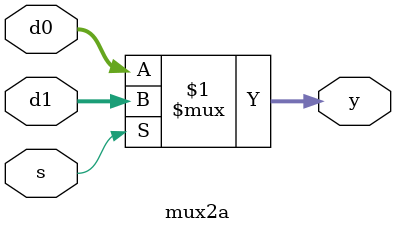
<source format=sv>

module mux2a(input  logic [7:0] d0, d1, 
            input  logic       s,
            output logic [7:0] y);

   assign y = s ? d1 : d0; 
endmodule

</source>
